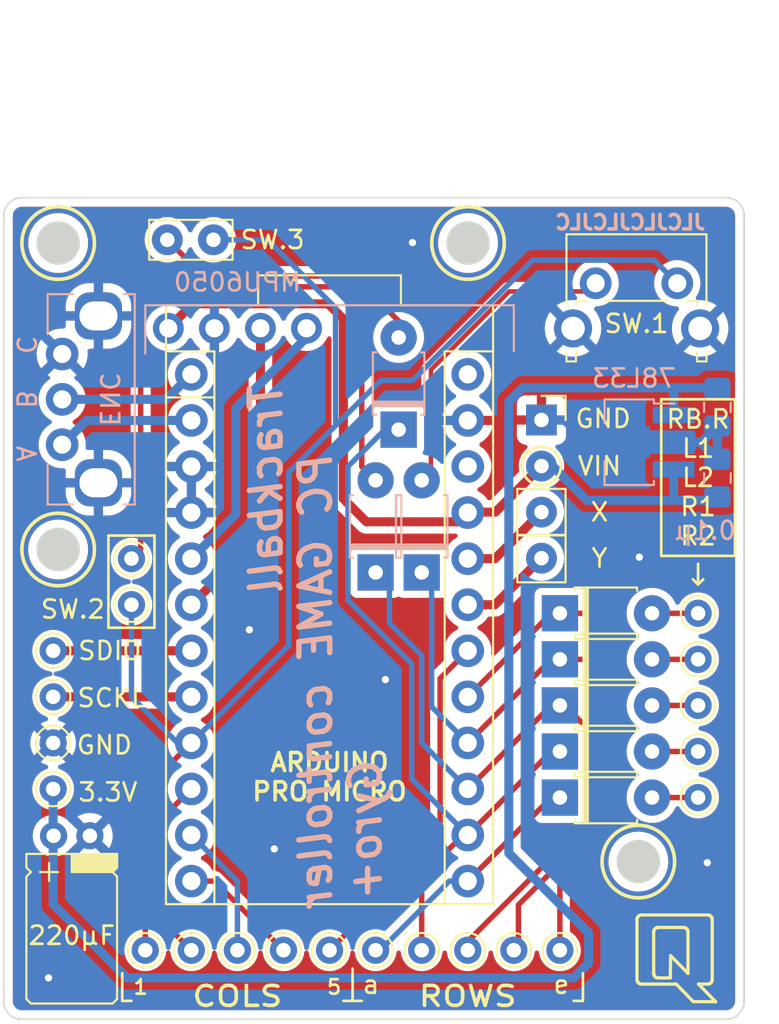
<source format=kicad_pcb>
(kicad_pcb (version 20211014) (generator pcbnew)
  (layers (0 "F.Cu" signal) (31 "B.Cu" signal) (34 "B.Paste" user) (35 "F.Paste" user) (36 "B.SilkS" user "B.Silkscreen") (37 "F.SilkS" user "F.Silkscreen") (38 "B.Mask" user) (39 "F.Mask" user) (44 "Edge.Cuts" user))
  (net 0 "")
  (net 1 "sdio")
  (net 2 "sclk")
  (net 3 "5")
  (net 4 "6")
  (net 5 "7")
  (net 6 "8")
  (net 7 "9")
  (net 8 "10")
  (net 9 "16")
  (net 10 "14")
  (net 11 "15")
  (net 12 "GND")
  (net 13 "18")
  (net 14 "encA")
  (net 15 "encB")
  (net 16 "sw")
  (net 17 "3.3v")
  (net 18 "vcc")
  (net 19 "jc_x")
  (net 20 "jc_Y")
  (net 21 "SDA")
  (net 22 "SCL")
  (net 23 "d15")
  (net 24 "opsw")
  (footprint "Button_Switch_THT:SW_Tactile_SPST_Angled_PTS645Vx31-2LFS" (layer "F.Cu") (at 157.215579 69.071335)
    (fp_text reference "REF**" hide)
    (fp_text value "SW_Tactile_SPST_Angled_PTS645Vx31-2LFS" hide)
  )
  (footprint "TestPoint:TestPoint_THTPad_D1.5mm_Drill0.7mm" (layer "F.Cu") (at 162.862579 97.426835)
    (fp_text reference "SCKL" hide)
    (fp_text value "TestPoint_THTPad_D1.5mm_Drill0.7mm" hide)
  )
  (footprint "TestPoint:TestPoint_THTPad_D1.5mm_Drill0.7mm" (layer "F.Cu") (at 162.862579 87.266835)
    (fp_text reference "SCKL" hide)
    (fp_text value "TestPoint_THTPad_D1.5mm_Drill0.7mm" hide)
  )
  (footprint "TestPoint:TestPoint_THTPad_D1.5mm_Drill0.7mm" (layer "F.Cu") (at 140.002579 105.844335 90)
    (fp_text reference "SCKL" hide)
    (fp_text value "TestPoint_THTPad_D1.5mm_Drill0.7mm" hide)
  )
  (footprint "TestPoint:TestPoint_THTPad_D1.5mm_Drill0.7mm" (layer "F.Cu") (at 127.302579 94.414335)
    (fp_text reference "GND")
    (fp_text value "TestPoint_THTPad_D1.5mm_Drill0.7mm" hide)
  )
  (footprint "TestPoint:TestPoint_THTPad_D1.5mm_Drill0.7mm" (layer "F.Cu") (at 162.862579 94.886835)
    (fp_text reference "SCKL" hide)
    (fp_text value "TestPoint_THTPad_D1.5mm_Drill0.7mm" hide)
  )
  (footprint "TestPoint:TestPoint_THTPad_D1.5mm_Drill0.7mm" (layer "F.Cu") (at 147.622579 105.844335 90)
    (fp_text reference "SCKL" hide)
    (fp_text value "TestPoint_THTPad_D1.5mm_Drill0.7mm" hide)
  )
  (footprint "TestPoint:TestPoint_THTPad_D1.5mm_Drill0.7mm" (layer "F.Cu") (at 131.620579 84.254335)
    (fp_text reference "" hide)
    (fp_text value "TestPoint_THTPad_D1.5mm_Drill0.7mm" hide)
  )
  (footprint "TestPoint:TestPoint_THTPad_D1.5mm_Drill0.7mm" (layer "F.Cu") (at 127.302579 96.954335)
    (fp_text reference "3.3V")
    (fp_text value "TestPoint_THTPad_D1.5mm_Drill0.7mm" hide)
  )
  (footprint "Diode_THT:D_T-1_P5.08mm_Horizontal" (layer "F.Cu") (at 155.242579 89.806835)
    (fp_text reference "REF**" hide)
    (fp_text value "D_T-1_P5.08mm_Horizontal" hide)
  )
  (footprint "TestPoint:TestPoint_THTPad_D1.5mm_Drill0.7mm" (layer "F.Cu") (at 132.382579 105.844335 90)
    (fp_text reference "SCKL" hide)
    (fp_text value "TestPoint_THTPad_D1.5mm_Drill0.7mm" hide)
  )
  (footprint "TestPoint:TestPoint_THTPad_D1.5mm_Drill0.7mm" (layer "F.Cu") (at 152.702579 105.844335 90)
    (fp_text reference "SCKL" hide)
    (fp_text value "TestPoint_THTPad_D1.5mm_Drill0.7mm" hide)
  )
  (footprint "Diode_THT:D_T-1_P5.08mm_Horizontal" (layer "F.Cu") (at 155.242579 97.426835)
    (fp_text reference "REF**" hide)
    (fp_text value "D_T-1_P5.08mm_Horizontal" hide)
  )
  (footprint "TestPoint:TestPoint_THTPad_D1.5mm_Drill0.7mm" (layer "F.Cu") (at 162.862579 92.346835)
    (fp_text reference "SCKL" hide)
    (fp_text value "TestPoint_THTPad_D1.5mm_Drill0.7mm" hide)
  )
  (footprint "TestPoint:TestPoint_THTPad_D1.5mm_Drill0.7mm" (layer "F.Cu") (at 137.462579 105.844335 90)
    (fp_text reference "SCKL" hide)
    (fp_text value "TestPoint_THTPad_D1.5mm_Drill0.7mm" hide)
  )
  (footprint "TestPoint:TestPoint_THTPad_D1.5mm_Drill0.7mm" (layer "F.Cu") (at 134.922579 105.844335 90)
    (fp_text reference "SCKL" hide)
    (fp_text value "TestPoint_THTPad_D1.5mm_Drill0.7mm" hide)
  )
  (footprint "cap:コンデンサー5＿8.3＿2" (layer "F.Cu") (at 128.327579 99.534335)
    (fp_text reference "220μF")
    (fp_text value "コンデンサー5＿8.3＿2" hide)
  )
  (footprint "TestPoint:TestPoint_THTPad_D1.5mm_Drill0.7mm" (layer "F.Cu") (at 127.302579 91.874335)
    (fp_text reference "SCKL")
    (fp_text value "TestPoint_THTPad_D1.5mm_Drill0.7mm" hide)
  )
  (footprint "TestPoint:TestPoint_THTPad_D1.5mm_Drill0.7mm" (layer "F.Cu") (at 155.242579 105.844335 90)
    (fp_text reference "SCKL" hide)
    (fp_text value "TestPoint_THTPad_D1.5mm_Drill0.7mm" hide)
  )
  (footprint "TestPoint:TestPoint_THTPad_D1.5mm_Drill0.7mm" (layer "F.Cu") (at 145.082579 105.844335 90)
    (fp_text reference "SCKL" hide)
    (fp_text value "TestPoint_THTPad_D1.5mm_Drill0.7mm" hide)
  )
  (footprint "TestPoint:TestPoint_THTPad_D1.5mm_Drill0.7mm" (layer "F.Cu") (at 142.542579 105.844335 90)
    (fp_text reference "SCKL" hide)
    (fp_text value "TestPoint_THTPad_D1.5mm_Drill0.7mm" hide)
  )
  (footprint "Diode_THT:D_T-1_P5.08mm_Horizontal" (layer "F.Cu") (at 155.242579 87.266835)
    (fp_text reference "REF**" hide)
    (fp_text value "D_T-1_P5.08mm_Horizontal" hide)
  )
  (footprint "Diode_THT:D_T-1_P5.08mm_Horizontal" (layer "F.Cu") (at 155.242579 94.886835)
    (fp_text reference "REF**" hide)
    (fp_text value "D_T-1_P5.08mm_Horizontal" hide)
  )
  (footprint "Connector_PinHeader_2.54mm:PinHeader_1x02_P2.54mm_Vertical" (layer "F.Cu") (at 133.597579 66.674335 90)
    (fp_text reference "SW.3")
    (fp_text value "PinHeader_1x02_P2.54mm_Vertical")
  )
  (footprint "TestPoint:TestPoint_THTPad_D1.5mm_Drill0.7mm" (layer "F.Cu") (at 162.862579 89.806835)
    (fp_text reference "SCKL" hide)
    (fp_text value "TestPoint_THTPad_D1.5mm_Drill0.7mm" hide)
  )
  (footprint "Connector_PinSocket_2.54mm:PinSocket_1x04_P2.54mm_Vertical" (layer "F.Cu") (at 154.227579 76.609335)
    (fp_text reference "REF**" hide)
    (fp_text value "PinSocket_1x04_P2.54mm_Vertical")
  )
  (footprint "TestPoint:TestPoint_THTPad_D1.5mm_Drill0.7mm" (layer "F.Cu") (at 127.302579 89.334335)
    (fp_text reference "SDIO")
    (fp_text value "TestPoint_THTPad_D1.5mm_Drill0.7mm" hide)
  )
  (footprint "Arduino3:Sparkfun_Pro_Micro" (layer "F.Cu") (at 150.162579 102.034335 180)
    (fp_text reference "ARDUINO PRO MICRO" hide)
    (fp_text value "Sparkfun_Pro_Micro")
  )
  (footprint "TestPoint:TestPoint_THTPad_D1.5mm_Drill0.7mm" (layer "F.Cu") (at 131.620579 86.794335)
    (fp_text reference "" hide)
    (fp_text value "TestPoint_THTPad_D1.5mm_Drill0.7mm" hide)
  )
  (footprint "Diode_THT:D_T-1_P5.08mm_Horizontal" (layer "F.Cu") (at 155.242579 92.346835)
    (fp_text reference "REF**" hide)
    (fp_text value "D_T-1_P5.08mm_Horizontal" hide)
  )
  (footprint "TestPoint:TestPoint_THTPad_D1.5mm_Drill0.7mm" (layer "F.Cu") (at 150.162579 105.844335 90)
    (fp_text reference "SCKL" hide)
    (fp_text value "TestPoint_THTPad_D1.5mm_Drill0.7mm" hide)
  )
  (footprint "Diode_THT:D_T-1_P5.08mm_Horizontal" (layer "B.Cu") (at 146.352579 77.142335 90)
    (fp_text reference "REF**" hide)
    (fp_text value "D_T-1_P5.08mm_Horizontal" hide)
  )
  (footprint "Diode_THT:D_T-1_P5.08mm_Horizontal" (layer "B.Cu") (at 145.082579 85.016335 90)
    (fp_text reference "REF**" hide)
    (fp_text value "D_T-1_P5.08mm_Horizontal" hide)
  )
  (footprint "mouse encoder:mouse encoder" (layer "B.Cu") (at 127.8 75.4725 90)
    (fp_text reference "ENC")
    (fp_text value "mouse encoder")
  )
  (footprint "Capacitor_SMD:C_0805_2012Metric_Pad1.18x1.45mm_HandSolder" (layer "B.Cu") (at 163.927579 75.909335 -90)
    (fp_text reference "REF**" hide)
    (fp_text value "C_0805_2012Metric_Pad1.18x1.45mm_HandSolder")
  )
  (footprint "Connector_PinHeader_2.54mm:PinHeader_1x04_P2.54mm_Vertical" (layer "B.Cu") (at 133.652579 71.554335 -90)
    (fp_text reference "MPU6050")
    (fp_text value "PinHeader_1x04_P2.54mm_Vertical")
  )
  (footprint "Capacitor_SMD:C_0805_2012Metric_Pad1.18x1.45mm_HandSolder" (layer "B.Cu") (at 163.927579 79.809335 -90)
    (fp_text reference "0.1μ")
    (fp_text value "C_0805_2012Metric_Pad1.18x1.45mm_HandSolder")
  )
  (footprint "Diode_THT:D_T-1_P5.08mm_Horizontal" (layer "B.Cu") (at 147.622579 85.016335 90)
    (fp_text reference "REF**" hide)
    (fp_text value "D_T-1_P5.08mm_Horizontal" hide)
  )
  (footprint "Package_TO_SOT_SMD:SOT-89-3_Handsoldering" (layer "B.Cu") (at 159.365079 77.834335 180)
    (fp_text reference "78L33")
    (fp_text value "SOT-89-3_Handsoldering" hide)
  )
  (gr_line (start 160.478876 107.28933) (end 160.470929 107.280149) (layer "F.SilkS") (width 0.18))
  (gr_line (start 159.493964 107.45529) (end 159.493964 104.156359) (layer "F.SilkS") (width 0.18))
  (gr_line (start 162.204086 104.638595) (end 162.213646 104.6461) (layer "F.SilkS") (width 0.18))
  (gr_line (start 159.496905 107.494398) (end 159.495282 107.481551) (layer "F.SilkS") (width 0.18))
  (gr_line (start 159.519146 104.045125) (end 159.524789 104.034078) (layer "F.SilkS") (width 0.18))
  (gr_line (start 159.710985 107.708478) (end 159.698348 107.706233) (layer "F.SilkS") (width 0.18))
  (gr_line (start 160.60304 104.596359) (end 160.615312 104.593541) (layer "F.SilkS") (width 0.18))
  (gr_line (start 159.494296 104.14314) (end 159.495282 104.130099) (layer "F.SilkS") (width 0.18))
  (gr_line (start 163.641923 107.481547) (end 163.6403 107.494394) (layer "F.SilkS") (width 0.18))
  (gr_line (start 161.65798 107.711419) (end 159.750092 107.711419) (layer "F.SilkS") (width 0.18))
  (gr_line (start 162.305616 104.841641) (end 162.305616 104.841641) (layer "F.SilkS") (width 0.18))
  (gr_line (start 161.330274 107.372121) (end 160.66647 107.372121) (layer "F.SilkS") (width 0.18))
  (gr_line (start 162.305288 104.828572) (end 162.305616 104.841641) (layer "F.SilkS") (width 0.18))
  (gr_line (start 160.470929 104.680384) (end 160.478876 104.671204) (layer "F.SilkS") (width 0.18))
  (gr_line (start 159.502001 104.092202) (end 159.505442 104.080031) (layer "F.SilkS") (width 0.18))
  (gr_line (start 160.591007 104.599761) (end 160.60304 104.596359) (layer "F.SilkS") (width 0.18))
  (gr_line (start 160.56772 104.608252) (end 160.579229 104.603731) (layer "F.SilkS") (width 0.18))
  (gr_line (start 159.51403 107.555173) (end 159.509457 107.543532) (layer "F.SilkS") (width 0.18))
  (gr_line (start 159.544719 104.002924) (end 159.552309 103.993255) (layer "F.SilkS") (width 0.18))
  (gr_line (start 160.56772 107.352282) (end 160.556497 107.347224) (layer "F.SilkS") (width 0.18))
  (gr_line (start 163.438857 103.905411) (end 163.451269 103.908262) (layer "F.SilkS") (width 0.18))
  (gr_line (start 163.623174 104.056472) (end 163.627748 104.068113) (layer "F.SilkS") (width 0.18))
  (gr_line (start 143.812579 106.860335) (end 143.812579 108.638335) (layer "F.SilkS") (width 0.15))
  (gr_line (start 160.413245 104.841639) (end 160.413245 104.841639) (layer "F.SilkS") (width 0.18))
  (gr_line (start 162.28072 104.731668) (end 162.285778 104.742891) (layer "F.SilkS") (width 0.18))
  (gr_line (start 163.387112 107.711415) (end 163.387112 107.711415) (layer "F.SilkS") (width 0.18))
  (gr_line (start 159.698348 107.706233) (end 159.685935 107.703382) (layer "F.SilkS") (width 0.18))
  (gr_line (start 160.615312 104.593541) (end 160.627806 104.591321) (layer "F.SilkS") (width 0.18))
  (gr_line (start 159.552309 103.993255) (end 159.560348 103.983969) (layer "F.SilkS") (width 0.18))
  (gr_line (start 163.627748 107.543528) (end 163.623174 107.555169) (layer "F.SilkS") (width 0.18))
  (gr_line (start 160.478876 104.671204) (end 160.48725 104.662419) (layer "F.SilkS") (width 0.18))
  (gr_line (start 163.833003 108.684703) (end 163.833003 108.684703) (layer "F.SilkS") (width 0.18))
  (gr_line (start 163.599614 104.012958) (end 163.606262 104.023347) (layer "F.SilkS") (width 0.18))
  (gr_line (start 160.428562 107.206135) (end 160.424592 107.194356) (layer "F.SilkS") (width 0.18))
  (gr_line (start 163.635204 107.519444) (end 163.631763 107.531615) (layer "F.SilkS") (width 0.18))
  (gr_line (start 159.505442 104.080031) (end 159.509457 104.068117) (layer "F.SilkS") (width 0.18))
  (gr_line (start 163.631763 104.080026) (end 163.635204 104.092197) (layer "F.SilkS") (width 0.18))
  (gr_line (start 160.579229 107.356803) (end 160.56772 107.352282) (layer "F.SilkS") (width 0.18))
  (gr_line (start 159.736873 107.711087) (end 159.723832 107.710101) (layer "F.SilkS") (width 0.18))
  (gr_line (start 160.413245 104.841639) (end 160.413573 104.82857) (layer "F.SilkS") (width 0.18))
  (gr_line (start 159.577703 107.645035) (end 159.568818 107.636565) (layer "F.SilkS") (width 0.18))
  (gr_line (start 160.418372 107.170052) (end 160.416152 107.157558) (layer "F.SilkS") (width 0.18))
  (gr_line (start 162.052391 104.588416) (end 162.06546 104.588744) (layer "F.SilkS") (width 0.18))
  (gr_circle (center 154.227579 79.149335) (end 154.227579 78.082535) (layer "F.SilkS") (width 0.15) (fill none))
  (gr_line (start 160.414548 107.144856) (end 160.413573 107.131962) (layer "F.SilkS") (width 0.18))
  (gr_line (start 161.65798 107.711419) (end 161.65798 107.711419) (layer "F.SilkS") (width 0.18))
  (gr_line (start 162.305616 107.118895) (end 162.305616 107.118895) (layer "F.SilkS") (width 0.18))
  (gr_line (start 163.400331 107.711083) (end 163.387112 107.711415) (layer "F.SilkS") (width 0.18))
  (gr_line (start 163.618058 107.56652) (end 163.612416 107.577567) (layer "F.SilkS") (width 0.18))
  (gr_line (start 163.438857 107.706229) (end 163.42622 107.708474) (layer "F.SilkS") (width 0.18))
  (gr_line (start 163.540547 103.95098) (end 163.550216 103.958571) (layer "F.SilkS") (width 0.18))
  (gr_line (start 159.530942 104.023351) (end 159.537591 104.012962) (layer "F.SilkS") (width 0.18))
  (gr_line (start 163.599614 107.598684) (end 163.592486 107.608721) (layer "F.SilkS") (width 0.18))
  (gr_line (start 163.42622 107.708474) (end 163.413372 107.710097) (layer "F.SilkS") (width 0.18))
  (gr_line (start 163.64324 107.455287) (end 163.642908 107.468506) (layer "F.SilkS") (width 0.18))
  (gr_line (start 160.438142 107.228867) (end 160.433084 107.217644) (layer "F.SilkS") (width 0.18))
  (gr_line (start 159.627812 107.680594) (end 159.617085 107.67444) (layer "F.SilkS") (width 0.18))
  (gr_line (start 159.673765 103.911708) (end 159.685935 103.908267) (layer "F.SilkS") (width 0.18))
  (gr_line (start 159.495282 104.130099) (end 159.496905 104.117252) (layer "F.SilkS") (width 0.18))
  (gr_line (start 163.520119 107.674437) (end 163.509393 107.68059) (layer "F.SilkS") (width 0.18))
  (gr_line (start 159.736873 103.900563) (end 159.750092 103.900231) (layer "F.SilkS") (width 0.18))
  (gr_line (start 160.505215 107.314436) (end 160.496035 107.306489) (layer "F.SilkS") (width 0.18))
  (gr_line (start 143.812579 108.638335) (end 144.320579 108.638335) (layer "F.SilkS") (width 0.15))
  (gr_line (start 160.545575 107.341645) (end 160.534971 107.335561) (layer "F.SilkS") (width 0.18))
  (gr_line (start 156.512579 108.384335) (end 156.512579 108.638335) (layer "F.SilkS") (width 0.15))
  (gr_line (start 163.550216 107.65307) (end 163.540547 107.660661) (layer "F.SilkS") (width 0.18))
  (gr_line (start 163.509393 107.68059) (end 163.498346 107.686233) (layer "F.SilkS") (width 0.18))
  (gr_line (start 163.475354 103.915718) (end 163.486994 103.920292) (layer "F.SilkS") (width 0.18))
  (gr_line (start 162.139632 104.603733) (end 162.151141 104.608254) (layer "F.SilkS") (width 0.18))
  (gr_line (start 159.586989 107.653073) (end 159.577703 107.645035) (layer "F.SilkS") (width 0.18))
  (gr_line (start 161.349542 106.149775) (end 161.349542 106.149775) (layer "F.SilkS") (width 0.18))
  (gr_line (start 162.285778 104.742891) (end 162.290299 104.7544) (layer "F.SilkS") (width 0.18))
  (gr_line (start 162.183891 104.624975) (end 162.194163 104.631548) (layer "F.SilkS") (width 0.18))
  (gr_line (start 163.638055 107.507032) (end 163.635204 107.519444) (layer "F.SilkS") (width 0.18))
  (gr_line (start 159.586989 103.958576) (end 159.596658 103.950985) (layer "F.SilkS") (width 0.18))
  (gr_line (start 163.550216 103.958571) (end 163.559502 103.96661) (layer "F.SilkS") (width 0.18))
  (gr_line (start 160.505215 104.646098) (end 160.514775 104.638593) (layer "F.SilkS") (width 0.18))
  (gr_line (start 163.6403 107.494394) (end 163.638055 107.507032) (layer "F.SilkS") (width 0.18))
  (gr_line (start 159.750092 107.711419) (end 159.750092 107.711419) (layer "F.SilkS") (width 0.18))
  (gr_line (start 160.524699 107.328988) (end 160.514775 107.321941) (layer "F.SilkS") (width 0.18))
  (gr_line (start 156.512579 108.638335) (end 156.004579 108.638335) (layer "F.SilkS") (width 0.15))
  (gr_line (start 163.486994 107.691349) (end 163.475354 107.695922) (layer "F.SilkS") (width 0.18))
  (gr_line (start 162.269057 104.710141) (end 162.275141 104.720746) (layer "F.SilkS") (width 0.18))
  (gr_line (start 163.498346 107.686233) (end 163.486994 107.691349) (layer "F.SilkS") (width 0.18))
  (gr_line (start 162.305616 107.118895) (end 161.349542 106.149775) (layer "F.SilkS") (width 0.18))
  (gr_line (start 160.470929 107.280149) (end 160.463424 107.27059) (layer "F.SilkS") (width 0.18))
  (gr_line (start 162.294269 104.766178) (end 162.297671 104.778211) (layer "F.SilkS") (width 0.18))
  (gr_line (start 162.262484 104.699869) (end 162.269057 104.710141) (layer "F.SilkS") (width 0.18))
  (gr_line (start 163.46344 107.699938) (end 163.451269 107.703379) (layer "F.SilkS") (width 0.18))
  (gr_line (start 159.65021 103.920297) (end 159.661851 103.915723) (layer "F.SilkS") (width 0.18))
  (gr_line (start 163.635204 104.092197) (end 163.638055 104.104609) (layer "F.SilkS") (width 0.18))
  (gr_line (start 160.42119 104.778209) (end 160.424592 104.766176) (layer "F.SilkS") (width 0.18))
  (gr_line (start 160.524699 104.631546) (end 160.534971 104.624973) (layer "F.SilkS") (width 0.18))
  (gr_line (start 160.640508 104.589716) (end 160.653401 104.588742) (layer "F.SilkS") (width 0.18))
  (gr_line (start 160.42119 107.182323) (end 160.418372 107.170052) (layer "F.SilkS") (width 0.18))
  (gr_line (start 160.556497 104.61331) (end 160.56772 104.608252) (layer "F.SilkS") (width 0.18))
  (gr_line (start 156.512579 107.114335) (end 156.512579 108.384335) (layer "F.SilkS") (width 0.15))
  (gr_line (start 163.568387 107.636562) (end 163.559502 107.645031) (layer "F.SilkS") (width 0.18))
  (gr_line (start 162.592427 108.67446) (end 161.65798 107.711419) (layer "F.SilkS") (width 0.18))
  (gr_line (start 132.890579 88.064335) (end 132.890579 82.984335) (layer "F.SilkS") (width 0.15))
  (gr_line (start 159.544719 107.608725) (end 159.537591 107.598687) (layer "F.SilkS") (width 0.18))
  (gr_line (start 160.615312 107.366994) (end 160.60304 107.364175) (layer "F.SilkS") (width 0.18))
  (gr_line (start 162.151141 104.608254) (end 162.162364 104.613312) (layer "F.SilkS") (width 0.18))
  (gr_line (start 163.413372 107.710097) (end 163.400331 107.711083) (layer "F.SilkS") (width 0.18))
  (gr_line (start 159.502001 107.519448) (end 159.49915 107.507035) (layer "F.SilkS") (width 0.18))
  (gr_line (start 162.052391 104.588416) (end 162.052391 104.588416) (layer "F.SilkS") (width 0.18))
  (gr_line (start 160.433084 107.217644) (end 160.428562 107.206135) (layer "F.SilkS") (width 0.18))
  (gr_line (start 159.560348 103.983969) (end 159.568818 103.975084) (layer "F.SilkS") (width 0.18))
  (gr_line (start 163.584895 107.618391) (end 163.576857 107.627676) (layer "F.SilkS") (width 0.18))
  (gr_circle (center 150.178839 66.852556) (end 152.178839 66.852556) (layer "F.SilkS") (width 0.2) (fill none))
  (gr_line (start 160.418372 104.790481) (end 160.42119 104.778209) (layer "F.SilkS") (width 0.18))
  (gr_line (start 163.475354 107.695922) (end 163.46344 107.699938) (layer "F.SilkS") (width 0.18))
  (gr_line (start 160.556497 107.347224) (end 160.545575 107.341645) (layer "F.SilkS") (width 0.18))
  (gr_line (start 163.592486 107.608721) (end 163.584895 107.618391) (layer "F.SilkS") (width 0.18))
  (gr_line (start 159.493964 107.45529) (end 159.493964 107.45529) (layer "F.SilkS") (width 0.18))
  (gr_line (start 163.612416 104.034074) (end 163.618058 104.045121) (layer "F.SilkS") (width 0.18))
  (gr_line (start 131.112579 107.114335) (end 131.112579 108.638335) (layer "F.SilkS") (width 0.15))
  (gr_line (start 160.456377 104.699867) (end 160.463424 104.689944) (layer "F.SilkS") (width 0.18))
  (gr_line (start 160.438142 104.731666) (end 160.44372 104.720744) (layer "F.SilkS") (width 0.18))
  (gr_line (start 163.559502 103.96661) (end 163.568387 103.975079) (layer "F.SilkS") (width 0.18))
  (gr_line (start 162.103549 104.593543) (end 162.115821 104.596361) (layer "F.SilkS") (width 0.18))
  (gr_line (start 163.530509 103.943853) (end 163.540547 103.95098) (layer "F.SilkS") (width 0.18))
  (gr_line (start 160.545575 104.618889) (end 160.556497 104.61331) (layer "F.SilkS") (width 0.18))
  (gr_line (start 159.685935 103.908267) (end 159.698348 103.905417) (layer "F.SilkS") (width 0.18))
  (gr_line (start 162.115821 104.596361) (end 162.127854 104.599763) (layer "F.SilkS") (width 0.18))
  (gr_line (start 163.451269 107.703379) (end 163.438857 107.706229) (layer "F.SilkS") (width 0.18))
  (gr_line (start 162.300489 104.790482) (end 162.302709 104.802977) (layer "F.SilkS") (width 0.18))
  (gr_line (start 159.568818 103.975084) (end 159.577703 103.966614) (layer "F.SilkS") (width 0.18))
  (gr_line (start 160.66647 104.588416) (end 162.052391 104.588416) (layer "F.SilkS") (width 0.18))
  (gr_line (start 132.890579 82.984335) (end 130.350579 82.984335) (layer "F.SilkS") (width 0.15))
  (gr_line (start 159.617085 103.937209) (end 159.627812 103.931055) (layer "F.SilkS") (width 0.18))
  (gr_line (start 159.537591 104.012962) (end 159.544719 104.002924) (layer "F.SilkS") (width 0.18))
  (gr_line (start 163.498346 103.925408) (end 163.509393 103.93105) (layer "F.SilkS") (width 0.18))
  (gr_line (start 131.112579 108.638335) (end 131.620579 108.638335) (layer "F.SilkS") (width 0.15))
  (gr_line (start 159.750092 103.900225) (end 163.387112 103.900225) (layer "F.SilkS") (width 0.18))
  (gr_line (start 163.576857 107.627676) (end 163.568387 107.636562) (layer "F.SilkS") (width 0.18))
  (gr_circle (center 127.578839 66.852712) (end 129.578839 66.852712) (layer "F.SilkS") (width 0.2) (fill none))
  (gr_line (start 160.60304 107.364175) (end 160.591007 107.360773) (layer "F.SilkS") (width 0.18))
  (gr_line (start 160.428562 104.754398) (end 160.433084 104.742889) (layer "F.SilkS") (width 0.18))
  (gr_circle (center 127.578839 83.750692) (end 129.578839 83.750692) (layer "F.SilkS") (width 0.2) (fill none))
  (gr_line (start 160.449804 107.250394) (end 160.44372 107.239789) (layer "F.SilkS") (width 0.18))
  (gr_line (start 159.750092 103.900231) (end 159.750092 103.900225) (layer "F.SilkS") (width 0.18))
  (gr_line (start 160.424592 107.194356) (end 160.42119 107.182323) (layer "F.SilkS") (width 0.18))
  (gr_line (start 159.723832 103.901549) (end 159.736873 103.900563) (layer "F.SilkS") (width 0.18))
  (gr_line (start 163.833003 108.684703) (end 162.592427 108.67446) (layer "F.SilkS") (width 0.18))
  (gr_line (start 161.349542 106.149775) (end 161.330274 107.372121) (layer "F.SilkS") (width 0.18))
  (gr_line (start 130.350579 88.064335) (end 132.890579 88.064335) (layer "F.SilkS") (width 0.15))
  (gr_line (start 162.247932 104.680386) (end 162.255437 104.689945) (layer "F.SilkS") (width 0.18))
  (gr_line (start 162.302709 104.802977) (end 162.304314 104.815679) (layer "F.SilkS") (width 0.18))
  (gr_line (start 159.638859 107.686237) (end 159.627812 107.680594) (layer "F.SilkS") (width 0.18))
  (gr_line (start 159.596658 107.660664) (end 159.586989 107.653073) (layer "F.SilkS") (width 0.18))
  (gr_line (start 163.64324 104.156354) (end 163.64324 104.156354) (layer "F.SilkS") (width 0.18))
  (gr_line (start 159.723832 107.710101) (end 159.710985 107.708478) (layer "F.SilkS") (width 0.18))
  (gr_line (start 163.642908 104.143135) (end 163.64324 104.156354) (layer "F.SilkS") (width 0.18))
  (gr_line (start 159.596658 103.950985) (end 159.606696 103.943857) (layer "F.SilkS") (width 0.18))
  (gr_line (start 162.239985 104.671205) (end 162.247932 104.680386) (layer "F.SilkS") (width 0.18))
  (gr_line (start 160.66647 107.372121) (end 160.653401 107.371792) (layer "F.SilkS") (width 0.18))
  (gr_line (start 162.592427 108.67446) (end 162.592427 108.67446) (layer "F.SilkS") (width 0.18))
  (gr_line (start 163.631763 107.531615) (end 163.627748 107.543528) (layer "F.SilkS") (width 0.18))
  (gr_line (start 160.653401 107.371792) (end 160.640508 107.370818) (layer "F.SilkS") (width 0.18))
  (gr_line (start 160.48725 107.298115) (end 160.478876 107.28933) (layer "F.SilkS") (width 0.18))
  (gr_line (start 159.505442 107.531618) (end 159.502001 107.519448) (layer "F.SilkS") (width 0.18))
  (gr_line (start 163.568387 103.975079) (end 163.576857 103.983965) (layer "F.SilkS") (width 0.18))
  (gr_line (start 160.413573 107.131962) (end 160.413245 107.118893) (layer "F.SilkS") (width 0.18))
  (gr_line (start 159.509457 107.543532) (end 159.505442 107.531618) (layer "F.SilkS") (width 0.18))
  (gr_line (start 162.194163 104.631548) (end 162.204086 104.638595) (layer "F.SilkS") (width 0.18))
  (gr_line (start 163.612416 107.577567) (end 163.606262 107.588294) (layer "F.SilkS") (width 0.18))
  (gr_line (start 159.560348 107.62768) (end 159.552309 107.618394) (layer "F.SilkS") (width 0.18))
  (gr_line (start 160.66647 104.588414) (end 160.66647 104.588414) (layer "F.SilkS") (width 0.18))
  (gr_line (start 159.606696 103.943857) (end 159.617085 103.937209) (layer "F.SilkS") (width 0.18))
  (gr_line (start 162.213646 104.6461) (end 162.222826 104.654047) (layer "F.SilkS") (width 0.18))
  (gr_line (start 159.524789 107.577571) (end 159.519146 107.566524) (layer "F.SilkS") (width 0.18))
  (gr_line (start 159.638859 103.925413) (end 159.65021 103.920297) (layer "F.SilkS") (width 0.18))
  (gr_line (start 162.275141 104.720746) (end 162.28072 104.731668) (layer "F.SilkS") (width 0.18))
  (gr_line (start 162.091055 104.591323) (end 162.103549 104.593543) (layer "F.SilkS") (width 0.18))
  (gr_line (start 162.290299 104.7544) (end 162.294269 104.766178) (layer "F.SilkS") (width 0.18))
  (gr_line (start 163.400331 103.900557) (end 163.413372 103.901543) (layer "F.SilkS") (width 0.18))
  (gr_line (start 159.496905 104.117252) (end 159.49915 104.104614) (layer "F.SilkS") (width 0.18))
  (gr_line (start 159.661851 103.915723) (end 159.673765 103.911708) (layer "F.SilkS") (width 0.18))
  (gr_line (start 161.330274 107.372121) (end 161.330274 107.372121) (layer "F.SilkS") (width 0.18))
  (gr_line (start 159.524789 104.034078) (end 159.530942 104.023351) (layer "F.SilkS") (width 0.18))
  (gr_line (start 160.48725 104.662419) (end 160.496035 104.654045) (layer "F.SilkS") (width 0.18))
  (gr_line (start 163.627748 104.068113) (end 163.631763 104.080026) (layer "F.SilkS") (width 0.18))
  (gr_line (start 159.685935 107.703382) (end 159.673765 107.699941) (layer "F.SilkS") (width 0.18))
  (gr_line (start 160.456377 107.260666) (end 160.449804 107.250394) (layer "F.SilkS") (width 0.18))
  (gr_line (start 163.387112 103.900225) (end 163.387112 103.900225) (layer "F.SilkS") (width 0.18))
  (gr_line (start 163.584895 103.99325) (end 163.592486 104.00292) (layer "F.SilkS") (width 0.18))
  (gr_line (start 159.673765 107.699941) (end 159.661851 107.695926) (layer "F.SilkS") (width 0.18))
  (gr_line (start 159.519146 107.566524) (end 159.51403 107.555173) (layer "F.SilkS") (width 0.18))
  (gr_line (start 130.350579 82.984335) (end 130.350579 88.064335) (layer "F.SilkS") (width 0.15))
  (gr_line (start 159.493964 104.156359) (end 159.493964 104.156359) (layer "F.SilkS") (width 0.18))
  (gr_line (start 162.255437 104.689945) (end 162.262484 104.699869) (layer "F.SilkS") (width 0.18))
  (gr_line (start 163.641923 104.130094) (end 163.642908 104.143135) (layer "F.SilkS") (width 0.18))
  (gr_line (start 159.530942 107.588298) (end 159.524789 107.577571) (layer "F.SilkS") (width 0.18))
  (gr_line (start 163.559502 107.645031) (end 163.550216 107.65307) (layer "F.SilkS") (width 0.18))
  (gr_line (start 162.127854 104.599763) (end 162.139632 104.603733) (layer "F.SilkS") (width 0.18))
  (gr_line (start 160.414548 104.815677) (end 160.416152 104.802975) (layer "F.SilkS") (width 0.18))
  (gr_line (start 163.520119 103.937204) (end 163.530509 103.943853) (layer "F.SilkS") (width 0.18))
  (gr_line (start 159.51403 104.056476) (end 159.519146 104.045125) (layer "F.SilkS") (width 0.18))
  (gr_circle (center 159.569012 100.956542) (end 161.569012 100.956542) (layer "F.SilkS") (width 0.2) (fill none))
  (gr_line (start 159.606696 107.667792) (end 159.596658 107.660664) (layer "F.SilkS") (width 0.18))
  (gr_line (start 163.413372 103.901543) (end 163.42622 103.903166) (layer "F.SilkS") (width 0.18))
  (gr_line (start 162.297671 104.778211) (end 162.300489 104.790482) (layer "F.SilkS") (width 0.18))
  (gr_line (start 163.451269 103.908262) (end 163.46344 103.911703) (layer "F.SilkS") (width 0.18))
  (gr_line (start 160.413245 107.118893) (end 160.413245 104.841639) (layer "F.SilkS") (width 0.18))
  (gr_line (start 163.638055 104.104609) (end 163.6403 104.117247) (layer "F.SilkS") (width 0.18))
  (gr_line (start 160.514775 107.321941) (end 160.505215 107.314436) (layer "F.SilkS") (width 0.18))
  (gr_line (start 159.495282 107.481551) (end 159.494296 107.468509) (layer "F.SilkS") (width 0.18))
  (gr_line (start 160.44372 104.720744) (end 160.449804 104.710139) (layer "F.SilkS") (width 0.18))
  (gr_line (start 159.537591 107.598687) (end 159.530942 107.588298) (layer "F.SilkS") (width 0.18))
  (gr_line (start 159.750092 103.900231) (end 159.750092 103.900231) (layer "F.SilkS") (width 0.18))
  (gr_line (start 159.577703 103.966614) (end 159.586989 103.958576) (layer "F.SilkS") (width 0.18))
  (gr_line (start 163.509393 103.93105) (end 163.520119 103.937204) (layer "F.SilkS") (width 0.18))
  (gr_line (start 163.540547 107.660661) (end 163.530509 107.667788) (layer "F.SilkS") (width 0.18))
  (gr_line (start 163.486994 103.920292) (end 163.498346 103.925408) (layer "F.SilkS") (width 0.18))
  (gr_line (start 160.413245 107.118893) (end 160.413245 107.118893) (layer "F.SilkS") (width 0.18))
  (gr_line (start 163.606262 104.023347) (end 163.612416 104.034074) (layer "F.SilkS") (width 0.18))
  (gr_line (start 163.46344 103.911703) (end 163.475354 103.915718) (layer "F.SilkS") (width 0.18))
  (gr_line (start 160.640508 107.370818) (end 160.627806 107.369213) (layer "F.SilkS") (width 0.18))
  (gr_line (start 163.642908 107.468506) (end 163.641923 107.481547) (layer "F.SilkS") (width 0.18))
  (gr_line (start 160.579229 104.603731) (end 160.591007 104.599761) (layer "F.SilkS") (width 0.18))
  (gr_line (start 162.162364 104.613312) (end 162.173286 104.618891) (layer "F.SilkS") (width 0.18))
  (gr_line (start 163.576857 103.983965) (end 163.584895 103.99325) (layer "F.SilkS") (width 0.18))
  (gr_line (start 160.44372 107.239789) (end 160.438142 107.228867) (layer "F.SilkS") (width 0.18))
  (gr_line (start 160.66647 104.588414) (end 160.66647 104.588416) (layer "F.SilkS") (width 0.18))
  (gr_line (start 159.750092 107.711419) (end 159.736873 107.711087) (layer "F.SilkS") (width 0.18))
  (gr_line (start 143.812579 108.638335) (end 143.304579 108.638335) (layer "F.SilkS") (width 0.15))
  (gr_line (start 159.49915 104.104614) (end 159.502001 104.092202) (layer "F.SilkS") (width 0.18))
  (gr_line (start 163.6403 104.117247) (end 163.641923 104.130094) (layer "F.SilkS") (width 0.18))
  (gr_line (start 162.304314 104.815679) (end 162.305288 104.828572) (layer "F.SilkS") (width 0.18))
  (gr_line (start 160.496035 107.306489) (end 160.48725 107.298115) (layer "F.SilkS") (width 0.18))
  (gr_line (start 163.623174 107.555169) (end 163.618058 107.56652) (layer "F.SilkS") (width 0.18))
  (gr_rect (start 160.831579 75.466335) (end 164.895579 84.102335) (layer "F.SilkS") (width 0.15) (fill none))
  (gr_line (start 160.534971 104.624973) (end 160.545575 104.618889) (layer "F.SilkS") (width 0.18))
  (gr_line (start 159.49915 107.507035) (end 159.496905 107.494398) (layer "F.SilkS") (width 0.18))
  (gr_line (start 159.493964 104.156359) (end 159.494296 104.14314) (layer "F.SilkS") (width 0.18))
  (gr_line (start 162.222826 104.654047) (end 162.231611 104.662421) (layer "F.SilkS") (width 0.18))
  (gr_line (start 163.64324 107.455287) (end 163.64324 107.455287) (layer "F.SilkS") (width 0.18))
  (gr_line (start 159.509457 104.068117) (end 159.51403 104.056476) (layer "F.SilkS") (width 0.18))
  (gr_line (start 160.627806 107.369213) (end 160.615312 107.366994) (layer "F.SilkS") (width 0.18))
  (gr_line (start 159.552309 107.618394) (end 159.544719 107.608725) (layer "F.SilkS") (width 0.18))
  (gr_line (start 162.06546 104.588744) (end 162.078353 104.589718) (layer "F.SilkS") (width 0.18))
  (gr_line (start 162.173286 104.618891) (end 162.183891 104.624975) (layer "F.SilkS") (width 0.18))
  (gr_line (start 160.463424 107.27059) (end 160.456377 107.260666) (layer "F.SilkS") (width 0.18))
  (gr_line (start 160.627806 104.591321) (end 160.640508 104.589716) (layer "F.SilkS") (width 0.18))
  (gr_line (start 160.413573 104.82857) (end 160.414548 104.815677) (layer "F.SilkS") (width 0.18))
  (gr_line (start 159.617085 107.67444) (end 159.606696 107.667792) (layer "F.SilkS") (width 0.18))
  (gr_line (start 159.661851 107.695926) (end 159.65021 107.691353) (layer "F.SilkS") (width 0.18))
  (gr_line (start 160.416152 107.157558) (end 160.414548 107.144856) (layer "F.SilkS") (width 0.18))
  (gr_line (start 160.416152 104.802975) (end 160.418372 104.790481) (layer "F.SilkS") (width 0.18))
  (gr_line (start 162.231611 104.662421) (end 162.239985 104.671205) (layer "F.SilkS") (width 0.18))
  (gr_line (start 159.65021 107.691353) (end 159.638859 107.686237) (layer "F.SilkS") (width 0.18))
  (gr_line (start 162.078353 104.589718) (end 162.091055 104.591323) (layer "F.SilkS") (width 0.18))
  (gr_line (start 163.606262 107.588294) (end 163.599614 107.598684) (layer "F.SilkS") (width 0.18))
  (gr_line (start 163.530509 107.667788) (end 163.520119 107.674437) (layer "F.SilkS") (width 0.18))
  (gr_line (start 162.8851 107.711415) (end 162.8851 107.711415) (layer "F.SilkS") (width 0.18))
  (gr_line (start 160.653401 104.588742) (end 160.66647 104.588414) (layer "F.SilkS") (width 0.18))
  (gr_line (start 160.514775 104.638593) (end 160.524699 104.631546) (layer "F.SilkS") (width 0.18))
  (gr_line (start 163.42622 103.903166) (end 163.438857 103.905411) (layer "F.SilkS") (width 0.18))
  (gr_line (start 160.534971 107.335561) (end 160.524699 107.328988) (layer "F.SilkS") (width 0.18))
  (gr_line (start 162.305616 104.841641) (end 162.305616 107.118895) (layer "F.SilkS") (width 0.18))
  (gr_line (start 159.698348 103.905417) (end 159.710985 103.903172) (layer "F.SilkS") (width 0.18))
  (gr_line (start 160.463424 104.689944) (end 160.470929 104.680384) (layer "F.SilkS") (width 0.18))
  (gr_line (start 163.618058 104.045121) (end 163.623174 104.056472) (layer "F.SilkS") (width 0.18))
  (gr_line (start 163.64324 104.156354) (end 163.64324 107.455287) (layer "F.SilkS") (width 0.18))
  (gr_line (start 163.592486 104.00292) (end 163.599614 104.012958) (layer "F.SilkS") (width 0.18))
  (gr_line (start 163.387112 107.711415) (end 162.8851 107.711415) (layer "F.SilkS") (width 0.18))
  (gr_line (start 159.494296 107.468509) (end 159.493964 107.45529) (layer "F.SilkS") (width 0.18))
  (gr_line (start 160.433084 104.742889) (end 160.438142 104.731666) (layer "F.SilkS") (width 0.18))
  (gr_line (start 160.449804 104.710139) (end 160.456377 104.699867) (layer "F.SilkS") (width 0.18))
  (gr_line (start 160.424592 104.766176) (end 160.428562 104.754398) (layer "F.SilkS") (width 0.18))
  (gr_line (start 160.591007 107.360773) (end 160.579229 107.356803) (layer "F.SilkS") (width 0.18))
  (gr_line (start 159.710985 103.903172) (end 159.723832 103.901549) (layer "F.SilkS") (width 0.18))
  (gr_line (start 159.568818 107.636565) (end 159.560348 107.62768) (layer "F.SilkS") (width 0.18))
  (gr_line (start 162.8851 107.711415) (end 163.833003 108.684703) (layer "F.SilkS") (width 0.18))
  (gr_line (start 160.66647 107.372121) (end 160.66647 107.372121) (layer "F.SilkS") (width 0.18))
  (gr_line (start 159.627812 103.931055) (end 159.638859 103.925413) (layer "F.SilkS") (width 0.18))
  (gr_line (start 163.387112 103.900225) (end 163.400331 103.900557) (layer "F.SilkS") (width 0.18))
  (gr_line (start 160.496035 104.654045) (end 160.505215 104.646098) (layer "F.SilkS") (width 0.18))
  (gr_line (start 152.957579 82.959335) (end 155.497579 82.959335) (layer "F.SilkS") (width 0.15))
  (gr_line (start 164.402579 64.352712) (end 125.578839 64.352712) (layer "Edge.Cuts") (width 0.1))
  (gr_arc (start 124.578839 65.352712) (mid 124.871732 64.645605) (end 125.578839 64.352712) (layer "Edge.Cuts") (width 0.1))
  (gr_arc (start 165.402579 108.654335) (mid 165.109686 109.361442) (end 164.402579 109.654335) (layer "Edge.Cuts") (width 0.1))
  (gr_arc (start 164.402579 64.352712) (mid 165.109686 64.645605) (end 165.402579 65.352712) (layer "Edge.Cuts") (width 0.1))
  (gr_circle (center 150.178839 66.852556) (end 151.328839 66.852556) (layer "Edge.Cuts") (width 0.1) (fill solid))
  (gr_line (start 125.578839 109.654335) (end 164.402579 109.654335) (layer "Edge.Cuts") (width 0.1))
  (gr_circle (center 127.578839 66.852712) (end 128.728839 66.852712) (layer "Edge.Cuts") (width 0.1) (fill solid))
  (gr_line (start 124.578839 65.352712) (end 124.578839 108.654335) (layer "Edge.Cuts") (width 0.1))
  (gr_line (start 165.402579 108.654335) (end 165.402579 65.352712) (layer "Edge.Cuts") (width 0.1))
  (gr_circle (center 127.578839 83.750692) (end 128.728839 83.750692) (layer "Edge.Cuts") (width 0.1) (fill solid))
  (gr_arc (start 125.578839 109.654335) (mid 124.871732 109.361442) (end 124.578839 108.654335) (layer "Edge.Cuts") (width 0.1))
  (gr_circle (center 159.569012 100.956542) (end 160.719012 100.956542) (layer "Edge.Cuts") (width 0.1) (fill solid))
  (gr_text "JLCJLCJLCJLC" (at 159.122579 65.712335) (layer "B.SilkS") (effects (font (size 0.8 0.8) (thickness 0.2)) (justify mirror)))
  (gr_text "Trackball \n   PC GAME controller\n                Gyro+" (at 141.780579 74.348335 -270) (layer "B.SilkS") (effects (font (size 1.7 1.7) (thickness 0.3) italic) (justify left mirror)))
  (gr_text "a" (at 144.827579 107.734335) (layer "F.SilkS") (effects (font (size 1 1))))
  (gr_text "↓" (at 162.863579 84.991335) (layer "F.SilkS") (effects (font (size 1.5 1.5))))
  (gr_text "X" (at 157.427579 81.689335) (layer "F.SilkS") (effects (font (size 1 1))))
  (gr_text "RB.R\nL1\nL2\nR1\nR2" (at 162.863579 79.784335) (layer "F.SilkS") (effects (font (size 1 1))))
  (gr_text "SW.1" (at 159.465579 71.300335) (layer "F.SilkS") (effects (font (size 1 1))))
  (gr_text "ROWS" (at 150.162579 108.384335) (layer "F.SilkS") (effects (font (size 1.1 1.3) (thickness 0.2))))
  (gr_text "VIN" (at 157.427579 79.149335) (layer "F.SilkS") (effects (font (size 1 1))))
  (gr_text "SW.2" (at 128.388839 87.048335) (layer "F.SilkS") (effects (font (size 1 1))))
  (gr_text "1" (at 132.128579 107.876335) (layer "F.SilkS") (effects (font (size 0.8 0.8))))
  (gr_text "e" (at 155.327579 107.734335) (layer "F.SilkS") (effects (font (size 1 1))))
  (gr_text "Y" (at 157.427579 84.229335) (layer "F.SilkS") (effects (font (size 1 1))))
  (gr_text "ARDUINO\nPRO MICRO" (at 142.543579 96.294335) (layer "F.SilkS") (effects (font (size 1 1) (thickness 0.2))))
  (gr_text "5" (at 142.796579 107.876335) (layer "F.SilkS") (effects (font (size 0.8 0.8))))
  (gr_text "COLS" (at 137.462579 108.384335) (layer "F.SilkS") (effects (font (size 1.1 1.3) (thickness 0.2))))
  (gr_text "GND" (at 157.627579 76.534335) (layer "F.SilkS") (effects (font (size 1 1))))
  (segment (start 160.322579 92.346835) (end 162.862579 92.346835) (width 0.3) (layer "F.Cu") (net 0))
  (segment (start 160.322579 87.266835) (end 162.862579 87.266835) (width 0.3) (layer "F.Cu") (net 0))
  (segment (start 160.322579 89.806835) (end 162.862579 89.806835) (width 0.3) (layer "F.Cu") (net 0))
  (segment (start 160.322579 94.886835) (end 162.862579 94.886835) (width 0.3) (layer "F.Cu") (net 0))
  (segment (start 160.322579 97.426835) (end 162.862579 97.426835) (width 0.3) (layer "F.Cu") (net 0))
  (segment (start 127.302579 89.334335) (end 134.922579 89.334335) (width 0.5) (layer "F.Cu") (net 1))
  (segment (start 127.302579 91.874335) (end 134.922579 91.874335) (width 0.5) (layer "F.Cu") (net 2))
  (segment (start 134.922579 94.414335) (end 132.382579 96.954335) (width 0.3) (layer "F.Cu") (net 3))
  (segment (start 132.382579 96.954335) (end 132.382579 105.844335) (width 0.3) (layer "F.Cu") (net 3))
  (segment (start 131.620579 91.874335) (end 134.160579 94.414335) (width 0.3) (layer "B.Cu") (net 3))
  (segment (start 153.75009 67.796824) (end 148.122579 73.424335) (width 0.3) (layer "B.Cu") (net 3))
  (segment (start 161.715579 69.071335) (end 160.441068 67.796824) (width 0.3) (layer "B.Cu") (net 3))
  (segment (start 145.372579 74.424335) (end 147.122579 74.424335) (width 0.3) (layer "B.Cu") (net 3))
  (segment (start 139.122579 66.674335) (end 136.137579 66.674335) (width 0.3) (layer "B.Cu") (net 3))
  (segment (start 134.160579 94.414335) (end 134.922579 94.414335) (width 0.3) (layer "B.Cu") (net 3))
  (segment (start 142.872579 70.424335) (end 139.122579 66.674335) (width 0.3) (layer "B.Cu") (net 3))
  (segment (start 131.620579 86.794335) (end 131.620579 91.874335) (width 0.3) (layer "B.Cu") (net 3))
  (segment (start 140.29409 79.502824) (end 145.372579 74.424335) (width 0.3) (layer "B.Cu") (net 3))
  (segment (start 160.441068 67.796824) (end 153.75009 67.796824) (width 0.3) (layer "B.Cu") (net 3))
  (segment (start 140.29409 89.042824) (end 140.29409 79.502824) (width 0.3) (layer "B.Cu") (net 3))
  (segment (start 147.122579 74.424335) (end 148.122579 73.424335) (width 0.3) (layer "B.Cu") (net 3))
  (segment (start 142.872579 76.924335) (end 142.872579 70.424335) (width 0.3) (layer "B.Cu") (net 3))
  (segment (start 134.922579 94.414335) (end 140.29409 89.042824) (width 0.3) (layer "B.Cu") (net 3))
  (segment (start 133.195379 104.117135) (end 134.922579 105.844335) (width 0.3) (layer "F.Cu") (net 4))
  (segment (start 134.922579 96.954335) (end 133.195379 98.681535) (width 0.3) (layer "F.Cu") (net 4))
  (segment (start 133.195379 98.681535) (end 133.195379 104.117135) (width 0.3) (layer "F.Cu") (net 4))
  (segment (start 137.462579 102.034335) (end 134.922579 99.494335) (width 0.3) (layer "B.Cu") (net 5))
  (segment (start 137.462579 105.844335) (end 137.462579 102.034335) (width 0.3) (layer "B.Cu") (net 5))
  (segment (start 136.192579 102.034335) (end 134.922579 102.034335) (width 0.3) (layer "F.Cu") (net 6))
  (segment (start 140.002579 105.844335) (end 136.192579 102.034335) (width 0.3) (layer "F.Cu") (net 6))
  (segment (start 148.638579 90.858335) (end 150.162579 89.334335) (width 0.3) (layer "F.Cu") (net 7))
  (segment (start 148.638579 99.748335) (end 148.638579 90.858335) (width 0.3) (layer "F.Cu") (net 7))
  (segment (start 142.542579 105.844335) (end 148.638579 99.748335) (width 0.3) (layer "F.Cu") (net 7))
  (segment (start 150.162579 102.034335) (end 154.770079 97.426835) (width 0.3) (layer "F.Cu") (net 8))
  (segment (start 154.770079 97.426835) (end 155.242579 97.426835) (width 0.3) (layer "F.Cu") (net 8))
  (segment (start 149.146579 102.034335) (end 150.162579 102.034335) (width 0.3) (layer "B.Cu") (net 8))
  (segment (start 145.082579 105.844335) (end 145.336579 105.844335) (width 0.3) (layer "B.Cu") (net 8))
  (segment (start 145.336579 105.844335) (end 149.146579 102.034335) (width 0.3) (layer "B.Cu") (net 8))
  (segment (start 147.622579 105.844335) (end 147.622579 101.780335) (width 0.3) (layer "F.Cu") (net 9))
  (segment (start 147.622579 101.780335) (end 149.908579 99.494335) (width 0.3) (layer "F.Cu") (net 9))
  (segment (start 149.908579 99.494335) (end 150.162579 99.494335) (width 0.3) (layer "F.Cu") (net 9))
  (segment (start 154.770079 94.886835) (end 155.242579 94.886835) (width 0.3) (layer "F.Cu") (net 9))
  (segment (start 150.162579 99.494335) (end 154.770079 94.886835) (width 0.3) (layer "F.Cu") (net 9))
  (segment (start 145.590579 77.142335) (end 143.558579 79.174335) (width 0.3) (layer "B.Cu") (net 9))
  (segment (start 147.073059 90.054815) (end 147.073059 96.404815) (width 0.3) (layer "B.Cu") (net 9))
  (segment (start 143.558579 79.174335) (end 143.558579 86.540335) (width 0.3) (layer "B.Cu") (net 9))
  (segment (start 147.073059 96.404815) (end 150.162579 99.494335) (width 0.3) (layer "B.Cu") (net 9))
  (segment (start 143.558579 86.540335) (end 147.073059 90.054815) (width 0.3) (layer "B.Cu") (net 9))
  (segment (start 146.352579 77.142335) (end 145.590579 77.142335) (width 0.3) (layer "B.Cu") (net 9))
  (segment (start 155.242579 92.346835) (end 155.501601 92.346835) (width 0.3) (layer "F.Cu") (net 10))
  (segment (start 155.501601 92.346835) (end 156.64209 93.487324) (width 0.3) (layer "F.Cu") (net 10))
  (segment (start 156.64209 93.487324) (end 156.64209 98.880186) (width 0.3) (layer "F.Cu") (net 10))
  (segment (start 154.770079 92.346835) (end 150.162579 96.954335) (width 0.3) (layer "F.Cu") (net 10))
  (segment (start 155.242579 92.346835) (end 154.770079 92.346835) (width 0.3) (layer "F.Cu") (net 10))
  (segment (start 156.64209 98.880186) (end 150.162579 105.359697) (width 0.3) (layer "F.Cu") (net 10))
  (segment (start 150.162579 105.359697) (end 150.162579 105.844335) (width 0.3) (layer "F.Cu") (net 10))
  (segment (start 145.844579 85.778335) (end 145.844579 87.810335) (width 0.3) (layer "B.Cu") (net 10))
  (segment (start 145.844579 87.810335) (end 147.622579 89.588335) (width 0.3) (layer "B.Cu") (net 10))
  (segment (start 147.622579 89.588335) (end 147.622579 94.414335) (width 0.3) (layer "B.Cu") (net 10))
  (segment (start 147.622579 94.414335) (end 150.162579 96.954335) (width 0.3) (layer "B.Cu") (net 10))
  (segment (start 145.082579 85.016335) (end 145.844579 85.778335) (width 0.3) (layer "B.Cu") (net 10))
  (segment (start 150.162579 94.414335) (end 154.770079 89.806835) (width 0.3) (layer "F.Cu") (net 11))
  (segment (start 154.770079 89.806835) (end 155.242579 89.806835) (width 0.3) (layer "F.Cu") (net 11))
  (segment (start 157.366099 98.933315) (end 152.956579 103.342835) (width 0.3) (layer "F.Cu") (net 11))
  (segment (start 152.956579 105.590335) (end 152.702579 105.844335) (width 0.3) (layer "F.Cu") (net 11))
  (segment (start 155.242579 89.806835) (end 156.64209 89.806835) (width 0.3) (layer "F.Cu") (net 11))
  (segment (start 156.64209 89.806835) (end 157.366099 90.530844) (width 0.3) (layer "F.Cu") (net 11))
  (segment (start 152.956579 103.342835) (end 152.956579 105.590335) (width 0.3) (layer "F.Cu") (net 11))
  (segment (start 157.366099 90.530844) (end 157.366099 98.933315) (width 0.3) (layer "F.Cu") (net 11))
  (segment (start 148.172099 85.565855) (end 148.172099 92.423855) (width 0.3) (layer "B.Cu") (net 11))
  (segment (start 148.172099 92.423855) (end 150.162579 94.414335) (width 0.3) (layer "B.Cu") (net 11))
  (segment (start 147.622579 85.016335) (end 148.172099 85.565855) (width 0.3) (layer "B.Cu") (net 11))
  (segment (start 154.627579 76.609335) (end 154.227579 76.609335) (width 0.5) (layer "F.Cu") (net 12))
  (via (at 147.115579 66.830335) (size 0.8) (drill 0.4) (layers "F.Cu" "B.Cu") (net 12))
  (via (at 139.494579 100.256335) (size 0.8) (drill 0.4) (layers "F.Cu" "B.Cu") (net 12))
  (via (at 163.370579 101.018335) (size 0.8) (drill 0.4) (layers "F.Cu" "B.Cu") (net 12))
  (via (at 127.048579 107.368335) (size 0.8) (drill 0.4) (layers "F.Cu" "B.Cu") (net 12))
  (via (at 138.122579 88.174335) (size 0.8) (drill 0.4) (layers "F.Cu" "B.Cu") (net 12))
  (via (at 145.622579 90.924335) (size 0.8) (drill 0.4) (layers "F.Cu" "B.Cu") (net 12))
  (via (at 159.622579 84.174335) (size 0.8) (drill 0.4) (layers "F.Cu" "B.Cu") (net 12))
  (segment (start 163.040079 77.884335) (end 163.927579 78.771835) (width 0.5) (layer "B.Cu") (net 12))
  (segment (start 163.040079 77.834335) (end 163.927579 76.946835) (width 0.5) (layer "B.Cu") (net 12))
  (segment (start 161.427579 77.834335) (end 163.040079 77.834335) (width 0.5) (layer "B.Cu") (net 12))
  (segment (start 163.927579 76.946835) (end 163.927579 78.771835) (width 0.5) (layer "B.Cu") (net 12))
  (segment (start 163.040079 77.834335) (end 163.040079 77.884335) (width 0.5) (layer "B.Cu") (net 12))
  (segment (start 155.502579 76.609335) (end 156.727579 77.834335) (width 0.5) (layer "B.Cu") (net 12))
  (segment (start 154.227579 76.609335) (end 155.502579 76.609335) (width 0.5) (layer "B.Cu") (net 12))
  (segment (start 154.770079 87.266835) (end 150.162579 91.874335) (width 0.3) (layer "F.Cu") (net 13))
  (segment (start 155.242579 105.844335) (end 155.242579 101.856835) (width 0.3) (layer "F.Cu") (net 13))
  (segment (start 155.242579 101.856835) (end 157.965619 99.133795) (width 0.3) (layer "F.Cu") (net 13))
  (segment (start 157.965619 87.955364) (end 157.27709 87.266835) (width 0.3) (layer "F.Cu") (net 13))
  (segment (start 157.965619 99.133795) (end 157.965619 87.955364) (width 0.3) (layer "F.Cu") (net 13))
  (segment (start 157.27709 87.266835) (end 154.770079 87.266835) (width 0.3) (layer "F.Cu") (net 13))
  (segment (start 134.922579 76.634335) (end 129.138165 76.634335) (width 0.5) (layer "B.Cu") (net 14))
  (segment (start 129.138165 76.634335) (end 127.8 77.9725) (width 0.5) (layer "B.Cu") (net 14))
  (segment (start 133.544414 75.4725) (end 134.922579 74.094335) (width 0.5) (layer "B.Cu") (net 15))
  (segment (start 127.8 75.4725) (end 133.544414 75.4725) (width 0.5) (layer "B.Cu") (net 15))
  (segment (start 148.130579 79.428335) (end 147.622579 79.936335) (width 0.25) (layer "F.Cu") (net 16))
  (segment (start 148.130579 73.840335) (end 148.130579 79.428335) (width 0.25) (layer "F.Cu") (net 16))
  (segment (start 152.448579 69.522335) (end 148.130579 73.840335) (width 0.25) (layer "F.Cu") (net 16))
  (segment (start 157.215579 69.071335) (end 156.764579 69.522335) (width 0.25) (layer "F.Cu") (net 16))
  (segment (start 156.764579 69.522335) (end 152.448579 69.522335) (width 0.25) (layer "F.Cu") (net 16))
  (segment (start 127.302579 103.304335) (end 131.366579 107.368335) (width 0.5) (layer "B.Cu") (net 17))
  (segment (start 152.427579 75.610313) (end 153.203557 74.834335) (width 0.5) (layer "B.Cu") (net 17))
  (segment (start 156.827579 106.545335) (end 156.827579 104.889335) (width 0.5) (layer "B.Cu") (net 17))
  (segment (start 127.302579 96.954335) (end 127.302579 103.304335) (width 0.5) (layer "B.Cu") (net 17))
  (segment (start 161.515079 76.334335) (end 161.527579 76.321835) (width 0.5) (layer "B.Cu") (net 17))
  (segment (start 153.203557 74.834335) (end 161.627579 74.834335) (width 0.5) (layer "B.Cu") (net 17))
  (segment (start 161.527579 74.934335) (end 161.627579 74.834335) (width 0.5) (layer "B.Cu") (net 17))
  (segment (start 152.427579 100.489335) (end 152.427579 75.610313) (width 0.5) (layer "B.Cu") (net 17))
  (segment (start 161.527579 76.321835) (end 161.527579 74.934335) (width 0.5) (layer "B.Cu") (net 17))
  (segment (start 131.366579 107.368335) (end 156.004579 107.368335) (width 0.5) (layer "B.Cu") (net 17))
  (segment (start 163.752579 74.834335) (end 161.627579 74.834335) (width 0.5) (layer "B.Cu") (net 17))
  (segment (start 156.827579 104.889335) (end 152.427579 100.489335) (width 0.5) (layer "B.Cu") (net 17))
  (segment (start 156.004579 107.368335) (end 156.827579 106.545335) (width 0.5) (layer "B.Cu") (net 17))
  (segment (start 163.827579 74.909335) (end 163.752579 74.834335) (width 0.5) (layer "B.Cu") (net 17))
  (segment (start 143.304579 71.046335) (end 143.304579 80.952335) (width 0.5) (layer "F.Cu") (net 18))
  (segment (start 151.687579 81.689335) (end 150.187579 81.689335) (width 0.5) (layer "F.Cu") (net 18))
  (segment (start 144.574579 82.222335) (end 149.654579 82.222335) (width 0.5) (layer "F.Cu") (net 18))
  (segment (start 149.654579 82.222335) (end 150.162579 81.714335) (width 0.5) (layer "F.Cu") (net 18))
  (segment (start 142.463068 70.204824) (end 143.304579 71.046335) (width 0.5) (layer "F.Cu") (net 18))
  (segment (start 154.227579 79.149335) (end 151.687579 81.689335) (width 0.5) (layer "F.Cu") (net 18))
  (segment (start 150.187579 81.689335) (end 150.162579 81.714335) (width 0.5) (layer "F.Cu") (net 18))
  (segment (start 135.00209 70.204824) (end 142.463068 70.204824) (width 0.5) (layer "F.Cu") (net 18))
  (segment (start 133.652579 71.554335) (end 135.00209 70.204824) (width 0.5) (layer "F.Cu") (net 18))
  (segment (start 143.304579 80.952335) (end 144.574579 82.222335) (width 0.5) (layer "F.Cu") (net 18))
  (segment (start 156.727579 81.034335) (end 154.842579 79.149335) (width 0.5) (layer "B.Cu") (net 18))
  (segment (start 163.827579 80.909335) (end 163.702579 81.034335) (width 0.5) (layer "B.Cu") (net 18))
  (segment (start 154.842579 79.149335) (end 154.227579 79.149335) (width 0.5) (layer "B.Cu") (net 18))
  (segment (start 163.702579 81.034335) (end 156.727579 81.034335) (width 0.5) (layer "B.Cu") (net 18))
  (segment (start 161.515079 79.334335) (end 161.515079 80.996835) (width 0.5) (layer "B.Cu") (net 18))
  (segment (start 161.515079 80.996835) (end 161.527579 81.009335) (width 0.5) (layer "B.Cu") (net 18))
  (segment (start 151.662579 84.254335) (end 154.227579 81.689335) (width 0.5) (layer "F.Cu") (net 19))
  (segment (start 150.162579 84.254335) (end 151.662579 84.254335) (width 0.5) (layer "F.Cu") (net 19))
  (segment (start 151.662579 86.794335) (end 154.227579 84.229335) (width 0.5) (layer "F.Cu") (net 20))
  (segment (start 150.162579 86.794335) (end 151.662579 86.794335) (width 0.5) (layer "F.Cu") (net 20))
  (segment (start 141.272579 72.062335) (end 137.372579 75.962335) (width 0.5) (layer "B.Cu") (net 21))
  (segment (start 141.272579 71.554335) (end 141.272579 72.062335) (width 0.5) (layer "B.Cu") (net 21))
  (segment (start 137.372579 75.962335) (end 137.372579 81.804335) (width 0.5) (layer "B.Cu") (net 21))
  (segment (start 137.372579 81.804335) (end 134.922579 84.254335) (width 0.5) (layer "B.Cu") (net 21))
  (segment (start 138.732579 71.554335) (end 138.732579 82.984335) (width 0.5) (layer "F.Cu") (net 22))
  (segment (start 138.732579 82.984335) (end 134.922579 86.794335) (width 0.5) (layer "F.Cu") (net 22))
  (segment (start 132.128579 83.746335) (end 131.620579 84.254335) (width 0.3) (layer "F.Cu") (net 23))
  (segment (start 133.652579 69.268335) (end 132.128579 70.792335) (width 0.3) (layer "F.Cu") (net 23))
  (segment (start 143.006579 69.268335) (end 133.652579 69.268335) (width 0.3) (layer "F.Cu") (net 23))
  (segment (start 145.082579 79.936335) (end 144.320579 79.174335) (width 0.3) (layer "F.Cu") (net 23))
  (segment (start 144.320579 79.174335) (end 144.320579 70.582335) (width 0.3) (layer "F.Cu") (net 23))
  (segment (start 132.128579 70.792335) (end 132.128579 83.746335) (width 0.3) (layer "F.Cu") (net 23))
  (segment (start 144.320579 70.582335) (end 143.006579 69.268335) (width 0.3) (layer "F.Cu") (net 23))
  (segment (start 143.872579 68.674335) (end 135.597579 68.674335) (width 0.3) (layer "F.Cu") (net 24))
  (segment (start 146.352579 72.062335) (end 146.352579 71.154335) (width 0.3) (layer "F.Cu") (net 24))
  (segment (start 146.352579 71.154335) (end 143.872579 68.674335) (width 0.3) (layer "F.Cu") (net 24))
  (segment (start 135.597579 68.674335) (end 133.597579 66.674335) (width 0.3) (layer "F.Cu") (net 24))
  (zone (net 12) (net_name "GND") (layers F&B.Cu) (connect_pads (clearance 0.4)) (min_thickness 0.254) (fill yes (thermal_gap 0.508) (thermal_bridge_width 0.508))
    (polygon (pts (xy 165.872579 109.924335) (xy 124.372579 109.924335) (xy 124.372579 64.174335) (xy 165.872579 64.174335)))
  )
)
</source>
